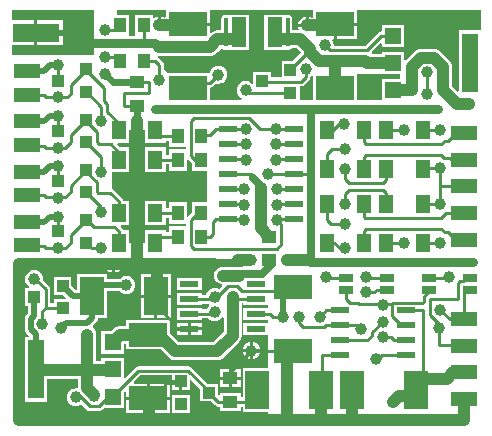
<source format=gtl>
%FSLAX25Y25*%
%MOIN*%
G70*
G01*
G75*
G04 Layer_Physical_Order=1*
G04 Layer_Color=255*
%ADD10R,0.05118X0.03937*%
%ADD11R,0.05118X0.09843*%
%ADD12R,0.05118X0.06299*%
%ADD13R,0.03937X0.05118*%
%ADD14R,0.05512X0.19685*%
%ADD15R,0.05512X0.05512*%
%ADD16R,0.03937X0.03937*%
%ADD17R,0.06299X0.01969*%
%ADD18R,0.15748X0.06299*%
%ADD19R,0.05118X0.03150*%
%ADD20R,0.09055X0.05118*%
%ADD21R,0.07874X0.12598*%
%ADD22R,0.12598X0.07874*%
%ADD23C,0.03937*%
%ADD24C,0.02284*%
%ADD25C,0.01000*%
%ADD26C,0.01969*%
%ADD27C,0.02953*%
%ADD28C,0.02756*%
%ADD29C,0.01890*%
%ADD30C,0.03150*%
%ADD31R,0.01181X0.09449*%
%ADD32R,0.01181X0.09449*%
%ADD33C,0.03937*%
G36*
X431747Y362765D02*
X432071Y362516D01*
Y354724D01*
X427559D01*
Y359101D01*
X427953D01*
X428538Y359217D01*
X429034Y359548D01*
X430609Y361123D01*
X430940Y361619D01*
X430940Y361619D01*
X430940Y361619D01*
X431057Y362205D01*
Y362392D01*
X431623Y362826D01*
X431747Y362765D01*
D02*
G37*
G36*
X359055Y369685D02*
X331496D01*
Y372819D01*
X339067D01*
Y376968D01*
Y381118D01*
X331496D01*
Y384646D01*
X359055D01*
Y369685D01*
D02*
G37*
G36*
X487797Y377772D02*
X480496D01*
Y357462D01*
X480034Y357271D01*
X478191Y359114D01*
Y365643D01*
X478089Y366418D01*
X477914Y366841D01*
X477790Y367141D01*
X477314Y367761D01*
X474241Y370834D01*
X473621Y371309D01*
X473110Y371521D01*
X472899Y371609D01*
X472124Y371711D01*
X468034D01*
X467259Y371609D01*
X466836Y371433D01*
X466537Y371309D01*
X465917Y370834D01*
X462879Y367796D01*
X462417Y367988D01*
Y370685D01*
X454906D01*
Y369923D01*
X451674D01*
X451452Y370372D01*
X452039Y371136D01*
X454444Y373541D01*
X454906Y373349D01*
Y372228D01*
X462417D01*
Y379740D01*
X454906D01*
Y377514D01*
X454725D01*
X454139Y377397D01*
X453643Y377066D01*
X449292Y372714D01*
X438926D01*
X438821Y372835D01*
X438719Y373610D01*
X438420Y374332D01*
X438263Y374536D01*
X438484Y374984D01*
X438870D01*
Y379921D01*
X439370D01*
Y380421D01*
X446669D01*
Y384646D01*
X487797D01*
Y377772D01*
D02*
G37*
G36*
X408824Y299684D02*
X408933Y299542D01*
X408712Y299094D01*
X407826D01*
X407473Y299024D01*
X407219Y299057D01*
X401968D01*
X401194Y298955D01*
X400471Y298656D01*
X399851Y298180D01*
X399376Y297560D01*
X399076Y296838D01*
X398974Y296063D01*
X399076Y295288D01*
X399376Y294566D01*
X399851Y293946D01*
X400471Y293470D01*
X401194Y293171D01*
X401548Y293124D01*
X401709Y292651D01*
X400651Y291594D01*
X399988Y291868D01*
X399213Y291970D01*
X398438Y291868D01*
X397715Y291569D01*
X397095Y291093D01*
X396620Y290473D01*
X396321Y289751D01*
X396316Y289718D01*
X394898D01*
Y290291D01*
X386598D01*
Y286323D01*
X394898D01*
Y286660D01*
X397209D01*
X397356Y286229D01*
Y286175D01*
X397095Y285975D01*
X396620Y285355D01*
X396405Y284837D01*
X394898D01*
Y285291D01*
X386598D01*
Y281323D01*
X394898D01*
Y281778D01*
X397067D01*
X397095Y281741D01*
X397715Y281265D01*
X398438Y280966D01*
X399213Y280864D01*
X399988Y280966D01*
X400710Y281265D01*
X401330Y281741D01*
X401635Y282138D01*
X402108Y281978D01*
Y277224D01*
X398744Y273860D01*
X387248D01*
X384268Y276841D01*
Y281315D01*
X369669D01*
Y279372D01*
X367716D01*
X366941Y279270D01*
X366518Y279095D01*
X366219Y278971D01*
X365599Y278495D01*
X364679Y277575D01*
X361402D01*
Y270063D01*
X368913D01*
Y273341D01*
X368957Y273384D01*
X369669D01*
Y271441D01*
X381199D01*
X383891Y268749D01*
X384511Y268273D01*
X385021Y268062D01*
X385233Y267974D01*
X386008Y267872D01*
X399984D01*
X400759Y267974D01*
X400971Y268062D01*
X401481Y268273D01*
X402101Y268749D01*
X407219Y273867D01*
X407695Y274487D01*
X407819Y274786D01*
X407994Y275209D01*
X408096Y275984D01*
Y286778D01*
X408646D01*
Y286323D01*
X416929D01*
Y285291D01*
X408646D01*
Y281323D01*
X416929D01*
Y280291D01*
X408646D01*
Y276323D01*
X416929D01*
Y265173D01*
X408449D01*
Y255466D01*
X407890D01*
Y256906D01*
X400772D01*
Y256375D01*
X400628Y256316D01*
X400213Y256594D01*
Y260055D01*
X396788D01*
X391466Y265377D01*
X390970Y265708D01*
X390385Y265825D01*
X373744D01*
X373256Y265728D01*
X373159Y265708D01*
X372663Y265377D01*
X369375Y262089D01*
X368913Y262281D01*
Y268520D01*
X361402D01*
Y267561D01*
X359687D01*
Y276378D01*
X359585Y277153D01*
X359286Y277875D01*
X358810Y278495D01*
X358502Y278731D01*
X358469Y279230D01*
X359698Y280459D01*
X360137Y281116D01*
X360288Y281874D01*
X363205D01*
Y290890D01*
X367496D01*
X367568Y290796D01*
X368188Y290320D01*
X368910Y290021D01*
X369685Y289919D01*
X370460Y290021D01*
X371182Y290320D01*
X371802Y290796D01*
X372278Y291416D01*
X372577Y292139D01*
X372679Y292913D01*
X372577Y293688D01*
X372278Y294410D01*
X371802Y295030D01*
X371182Y295506D01*
X370460Y295806D01*
X369685Y295907D01*
X368910Y295806D01*
X368188Y295506D01*
X367568Y295030D01*
X367496Y294936D01*
X363205D01*
Y296472D01*
X353331D01*
Y291325D01*
X352869Y291134D01*
X351394Y292609D01*
Y295685D01*
X345457D01*
Y289748D01*
X348533D01*
X349614Y288667D01*
X349423Y288205D01*
X345457D01*
Y286766D01*
X344329D01*
Y291452D01*
X344213Y292037D01*
X343881Y292533D01*
X341920Y294495D01*
X341970Y294882D01*
X341868Y295657D01*
X341569Y296379D01*
X341093Y296999D01*
X340473Y297475D01*
X339751Y297774D01*
X338976Y297876D01*
X338201Y297774D01*
X337479Y297475D01*
X336859Y296999D01*
X336383Y296379D01*
X336084Y295657D01*
X335982Y294882D01*
X336084Y294107D01*
X336383Y293385D01*
X336859Y292765D01*
X337311Y292418D01*
X337150Y291945D01*
X336008D01*
Y286008D01*
X336953D01*
Y283537D01*
X336382Y282965D01*
X335952Y282322D01*
X335801Y281563D01*
Y278358D01*
X335809Y278318D01*
X335801Y278279D01*
X335952Y277520D01*
X336382Y276877D01*
X337191Y276068D01*
X337000Y275606D01*
X335811D01*
Y253921D01*
X343323D01*
Y261573D01*
X353699D01*
Y258760D01*
X353323Y258431D01*
X352755Y258505D01*
X351980Y258403D01*
X351258Y258104D01*
X350638Y257628D01*
X350162Y257008D01*
X349863Y256286D01*
X349761Y255511D01*
X349863Y254736D01*
X350162Y254014D01*
X350638Y253394D01*
X351258Y252918D01*
X351980Y252619D01*
X352755Y252517D01*
X353530Y252619D01*
X354252Y252918D01*
X354661Y253232D01*
X356537Y251356D01*
X357033Y251024D01*
X357130Y251005D01*
X357618Y250908D01*
X360492D01*
X361077Y251024D01*
X361573Y251356D01*
X362170Y251953D01*
X368913D01*
Y257268D01*
X369329Y257545D01*
X369669Y257404D01*
Y255618D01*
X376469D01*
Y260055D01*
X372320D01*
X372129Y260517D01*
X374378Y262766D01*
X384827D01*
Y261327D01*
X387795D01*
Y260827D01*
X388295D01*
Y257858D01*
X390764D01*
Y261101D01*
X391226Y261292D01*
X394276Y258242D01*
Y254118D01*
X398050D01*
X399312Y252856D01*
X399809Y252524D01*
X400394Y252408D01*
X400772D01*
Y250969D01*
X407890D01*
Y252408D01*
X408449D01*
Y250575D01*
X416929D01*
Y248031D01*
X333858D01*
Y300394D01*
X362033D01*
X362363Y300018D01*
X362360Y300000D01*
X362462Y299225D01*
X362761Y298503D01*
X363237Y297883D01*
X363857Y297407D01*
X364579Y297108D01*
X364854Y297072D01*
Y300000D01*
X365854D01*
Y297072D01*
X366129Y297108D01*
X366851Y297407D01*
X367472Y297883D01*
X367947Y298503D01*
X368246Y299225D01*
X368349Y300000D01*
X368346Y300018D01*
X368676Y300394D01*
X408530D01*
X408824Y299684D01*
D02*
G37*
G36*
X375772Y340339D02*
X382890D01*
Y340990D01*
X383843D01*
Y338961D01*
X389687D01*
Y338205D01*
X383843D01*
Y336175D01*
X382890D01*
Y338795D01*
X375772D01*
Y330496D01*
X382890D01*
Y333116D01*
X383843D01*
Y331087D01*
X389780D01*
Y334597D01*
X390242Y334788D01*
X391717Y333313D01*
Y331087D01*
X396457D01*
Y320488D01*
X391717D01*
Y317108D01*
X390242Y315633D01*
X389780Y315824D01*
Y320488D01*
X383843D01*
Y318459D01*
X382890D01*
Y321079D01*
X375772D01*
Y312779D01*
X382890D01*
Y315400D01*
X383843D01*
Y313370D01*
X389687D01*
Y312614D01*
X383843D01*
Y310585D01*
X382890D01*
Y311236D01*
X375772D01*
Y307000D01*
X370685D01*
Y311236D01*
X368574D01*
X368539Y311412D01*
X368207Y311908D01*
X367798Y312318D01*
X367989Y312779D01*
X370685D01*
Y321079D01*
X368610D01*
X368539Y321435D01*
X368207Y321932D01*
X365436Y324704D01*
X364961Y325021D01*
Y330496D01*
X370685D01*
Y338795D01*
X367698D01*
X366617Y339877D01*
X366808Y340339D01*
X370685D01*
Y344488D01*
X375772D01*
Y340339D01*
D02*
G37*
G36*
X454906Y363173D02*
X461024D01*
Y361630D01*
X454906D01*
Y354724D01*
X446669D01*
Y363386D01*
X454906D01*
Y363173D01*
D02*
G37*
G36*
X432071Y382185D02*
X431623Y381964D01*
X431418Y382120D01*
X430696Y382420D01*
X430421Y382456D01*
Y379528D01*
X429921D01*
Y379028D01*
X426993D01*
X427029Y378753D01*
X427253Y378213D01*
X426975Y377797D01*
X425035D01*
Y381890D01*
X424958Y382280D01*
X424737Y382611D01*
X424406Y382832D01*
X424016Y382909D01*
X422850D01*
Y383087D01*
X415732D01*
Y371244D01*
X422850D01*
Y371421D01*
X424016D01*
X424406Y371499D01*
X424737Y371720D01*
X424796Y371809D01*
X426424D01*
X427866Y370367D01*
X425034Y367535D01*
X421441D01*
Y362159D01*
X417929D01*
Y363795D01*
X411992D01*
Y360229D01*
X411544Y360008D01*
X410946Y360467D01*
X410224Y360766D01*
X409449Y360868D01*
X408674Y360766D01*
X407952Y360467D01*
X407332Y359991D01*
X406856Y359371D01*
X406557Y358649D01*
X406455Y357874D01*
X406557Y357099D01*
X406856Y356377D01*
X407332Y355757D01*
X407952Y355281D01*
X408112Y355215D01*
X408014Y354724D01*
X397457D01*
Y358707D01*
X397638D01*
X398223Y358823D01*
X398719Y359155D01*
X399659Y360095D01*
X400394Y359998D01*
X401169Y360100D01*
X401891Y360399D01*
X402511Y360875D01*
X402987Y361495D01*
X403286Y362217D01*
X403388Y362992D01*
X403286Y363767D01*
X402987Y364489D01*
X402511Y365109D01*
X401891Y365585D01*
X401169Y365884D01*
X400394Y365986D01*
X399619Y365884D01*
X398897Y365585D01*
X398276Y365109D01*
X397801Y364489D01*
X397502Y363767D01*
X397479Y363597D01*
X397457Y363598D01*
X397457Y363598D01*
X397457Y363598D01*
X383707D01*
X382238Y365092D01*
Y366142D01*
X382122Y366727D01*
X381790Y367223D01*
X380215Y368798D01*
X380196Y368811D01*
X380373Y369279D01*
X380709Y369234D01*
X397425D01*
X398200Y369336D01*
X398412Y369424D01*
X398922Y369635D01*
X399542Y370111D01*
X400164Y370733D01*
X401641Y371720D01*
X401972Y371499D01*
X402362Y371421D01*
X403528D01*
Y371244D01*
X410646D01*
Y383087D01*
X403528D01*
Y382909D01*
X402362D01*
X401972Y382832D01*
X401641Y382611D01*
X401420Y382280D01*
X401343Y381890D01*
Y377797D01*
X400000D01*
X399225Y377695D01*
X399014Y377608D01*
X398503Y377396D01*
X397905Y376938D01*
X397457Y377159D01*
Y379421D01*
X390158D01*
Y380421D01*
X397457D01*
Y384646D01*
X432071D01*
Y382185D01*
D02*
G37*
G36*
X382858Y382185D02*
X382410Y381964D01*
X382206Y382120D01*
X381484Y382420D01*
X381209Y382456D01*
Y379528D01*
X380209D01*
Y382456D01*
X379934Y382420D01*
X379212Y382120D01*
X379008Y381964D01*
X378559Y382185D01*
Y383086D01*
X372622D01*
Y376033D01*
X370685D01*
Y383086D01*
X366535D01*
Y384646D01*
X382858D01*
Y382185D01*
D02*
G37*
%LPC*%
G36*
X403831Y264779D02*
X400772D01*
Y262311D01*
X403831D01*
Y264779D01*
D02*
G37*
G36*
X407890D02*
X404831D01*
Y262311D01*
X407890D01*
Y264779D01*
D02*
G37*
G36*
X410900Y273991D02*
X410625Y273955D01*
X409903Y273656D01*
X409283Y273180D01*
X408807Y272560D01*
X408508Y271838D01*
X408472Y271563D01*
X410900D01*
Y273991D01*
D02*
G37*
G36*
X411900D02*
Y271563D01*
X414328D01*
X414292Y271838D01*
X413993Y272560D01*
X413517Y273180D01*
X412897Y273656D01*
X412175Y273955D01*
X411900Y273991D01*
D02*
G37*
G36*
X410900Y270563D02*
X408472D01*
X408508Y270288D01*
X408807Y269566D01*
X409283Y268946D01*
X409903Y268470D01*
X410625Y268171D01*
X410900Y268135D01*
Y270563D01*
D02*
G37*
G36*
X414328D02*
X411900D01*
Y268135D01*
X412175Y268171D01*
X412897Y268470D01*
X413517Y268946D01*
X413993Y269566D01*
X414292Y270288D01*
X414328Y270563D01*
D02*
G37*
G36*
X407890Y261311D02*
X404831D01*
Y258842D01*
X407890D01*
Y261311D01*
D02*
G37*
G36*
X384268Y254618D02*
X377469D01*
Y250181D01*
X384268D01*
Y254618D01*
D02*
G37*
G36*
X390764Y256315D02*
X384827D01*
Y250378D01*
X390764D01*
Y256315D01*
D02*
G37*
G36*
X384268Y260055D02*
X377469D01*
Y255618D01*
X384268D01*
Y260055D01*
D02*
G37*
G36*
X403831Y261311D02*
X400772D01*
Y258842D01*
X403831D01*
Y261311D01*
D02*
G37*
G36*
X387295Y260327D02*
X384827D01*
Y257858D01*
X387295D01*
Y260327D01*
D02*
G37*
G36*
X376469Y254618D02*
X369669D01*
Y250181D01*
X376469D01*
Y254618D01*
D02*
G37*
G36*
X348441Y376468D02*
X340067D01*
Y372819D01*
X348441D01*
Y376468D01*
D02*
G37*
G36*
X394898Y295291D02*
X386598D01*
Y291323D01*
X394898D01*
Y295291D01*
D02*
G37*
G36*
X384465Y296472D02*
X380028D01*
Y289673D01*
X384465D01*
Y296472D01*
D02*
G37*
G36*
X429421Y382456D02*
X429146Y382420D01*
X428424Y382120D01*
X427804Y381645D01*
X427328Y381025D01*
X427029Y380303D01*
X426993Y380028D01*
X429421D01*
Y382456D01*
D02*
G37*
G36*
X348441Y381118D02*
X340067D01*
Y377468D01*
X348441D01*
Y381118D01*
D02*
G37*
G36*
X446669Y379421D02*
X439870D01*
Y374984D01*
X446669D01*
Y379421D01*
D02*
G37*
G36*
X379028Y296472D02*
X374591D01*
Y289673D01*
X379028D01*
Y296472D01*
D02*
G37*
G36*
X390248Y280291D02*
X386598D01*
Y278807D01*
X390248D01*
Y280291D01*
D02*
G37*
G36*
X394898Y277807D02*
X391248D01*
Y276323D01*
X394898D01*
Y277807D01*
D02*
G37*
G36*
X390248D02*
X386598D01*
Y276323D01*
X390248D01*
Y277807D01*
D02*
G37*
G36*
X384465Y288673D02*
X380028D01*
Y281874D01*
X384465D01*
Y288673D01*
D02*
G37*
G36*
X379028D02*
X374591D01*
Y281874D01*
X379028D01*
Y288673D01*
D02*
G37*
G36*
X394898Y280291D02*
X391248D01*
Y278807D01*
X394898D01*
Y280291D01*
D02*
G37*
%LPD*%
D10*
X373228Y352756D02*
D03*
Y360630D02*
D03*
X417323Y309055D02*
D03*
Y301181D02*
D03*
X404331Y261811D02*
D03*
Y253937D02*
D03*
D11*
X407087Y377165D02*
D03*
X419291D02*
D03*
D12*
X367126Y334646D02*
D03*
X379331D02*
D03*
X367126Y316929D02*
D03*
X379331D02*
D03*
X367126Y307087D02*
D03*
X379331D02*
D03*
X448819Y344488D02*
D03*
X436614D02*
D03*
X468504Y331693D02*
D03*
X456299D02*
D03*
X448819D02*
D03*
X436614D02*
D03*
X468504Y319882D02*
D03*
X456299D02*
D03*
X448819D02*
D03*
X436614D02*
D03*
X468504Y307087D02*
D03*
X456299D02*
D03*
X448819D02*
D03*
X436614D02*
D03*
X367126Y344488D02*
D03*
X379331D02*
D03*
X468504D02*
D03*
X456299D02*
D03*
D13*
X367717Y367717D02*
D03*
X375590D02*
D03*
X367717Y379527D02*
D03*
X375591D02*
D03*
X386811Y309055D02*
D03*
X394685D02*
D03*
X386811Y316929D02*
D03*
X394685D02*
D03*
X386811Y334646D02*
D03*
X394685D02*
D03*
X386811Y342520D02*
D03*
X394685D02*
D03*
D14*
X339567Y264764D02*
D03*
X484252Y366929D02*
D03*
D15*
X365157Y264764D02*
D03*
Y255709D02*
D03*
Y273819D02*
D03*
X458661Y366929D02*
D03*
Y375984D02*
D03*
Y357874D02*
D03*
D16*
X397244Y257087D02*
D03*
X387795Y260827D02*
D03*
Y253346D02*
D03*
X414961Y360827D02*
D03*
X424409Y357086D02*
D03*
Y364567D02*
D03*
X338976Y288976D02*
D03*
X348425Y285236D02*
D03*
Y292717D02*
D03*
X346850Y310827D02*
D03*
X356299Y307087D02*
D03*
Y314567D02*
D03*
X346850Y327559D02*
D03*
X356299Y323819D02*
D03*
Y331299D02*
D03*
X346850Y344291D02*
D03*
X356299Y340551D02*
D03*
Y348032D02*
D03*
X346850Y361023D02*
D03*
X356299Y357283D02*
D03*
Y364764D02*
D03*
D17*
X403543Y314882D02*
D03*
Y319882D02*
D03*
Y324882D02*
D03*
Y334882D02*
D03*
Y339882D02*
D03*
Y344882D02*
D03*
X425591Y314882D02*
D03*
Y319882D02*
D03*
Y324882D02*
D03*
Y334882D02*
D03*
Y339882D02*
D03*
Y344882D02*
D03*
X403543Y329882D02*
D03*
X425591D02*
D03*
X462992Y284449D02*
D03*
Y279449D02*
D03*
Y274449D02*
D03*
Y269449D02*
D03*
X440945Y284449D02*
D03*
Y279449D02*
D03*
Y274449D02*
D03*
Y269449D02*
D03*
X412795Y293307D02*
D03*
Y288307D02*
D03*
Y283307D02*
D03*
Y278307D02*
D03*
X390748Y293307D02*
D03*
Y288307D02*
D03*
Y283307D02*
D03*
Y278307D02*
D03*
D18*
X339567Y376968D02*
D03*
D19*
X470472Y295276D02*
D03*
Y291339D02*
D03*
X484252Y295276D02*
D03*
Y291339D02*
D03*
X442913Y295276D02*
D03*
Y291339D02*
D03*
X456693D02*
D03*
Y295276D02*
D03*
D20*
X482283Y263780D02*
D03*
Y254921D02*
D03*
X482283Y308071D02*
D03*
X482283Y316929D02*
D03*
X482283Y334646D02*
D03*
X482283Y343504D02*
D03*
X482283Y325787D02*
D03*
X482283Y281496D02*
D03*
Y272638D02*
D03*
X336614Y306102D02*
D03*
X336614Y322835D02*
D03*
X336614Y339567D02*
D03*
X336614Y356299D02*
D03*
X336614Y313976D02*
D03*
X336614Y330709D02*
D03*
X336614Y347441D02*
D03*
X336614Y364173D02*
D03*
D21*
X444882Y257874D02*
D03*
X466142D02*
D03*
X413386D02*
D03*
X434646D02*
D03*
X379528Y289173D02*
D03*
X358268D02*
D03*
D22*
X376969Y255118D02*
D03*
Y276378D02*
D03*
X439370Y358661D02*
D03*
Y379921D02*
D03*
X425197Y292323D02*
D03*
Y271063D02*
D03*
X390158Y379921D02*
D03*
Y358662D02*
D03*
D23*
X482283Y248032D02*
Y254921D01*
X339567Y264567D02*
X356693D01*
X458661Y253937D02*
X460236Y255512D01*
X444882Y253937D02*
X446850Y255905D01*
X435039Y248031D02*
X444882D01*
X468504Y261500D02*
X476420D01*
X464173Y255118D02*
X465748D01*
X460630Y255906D02*
X465748D01*
X423228Y248032D02*
X434646D01*
X365354Y300000D02*
X373228D01*
X364567D02*
X365354D01*
X333843Y299984D02*
X364551D01*
X333843Y248047D02*
Y299984D01*
Y248047D02*
X333858Y248032D01*
X377165D01*
X449895Y366929D02*
X458661D01*
X380709Y379528D02*
X390158D01*
X354134Y376968D02*
X357087Y374016D01*
X468034Y368717D02*
X472124D01*
X479921Y353150D02*
X483858D01*
X350197Y376968D02*
X354134D01*
X373228Y300000D02*
Y347637D01*
Y300000D02*
X379921D01*
X414567Y311811D02*
Y325302D01*
Y311811D02*
X417323Y309055D01*
X423228Y301181D02*
X430315D01*
X407025D02*
X410630D01*
X379921Y300000D02*
X398923D01*
X405102Y275984D02*
Y288976D01*
X401968Y296063D02*
X407219D01*
X379921Y290552D02*
Y300000D01*
X356693Y264567D02*
X364173D01*
X356693Y258556D02*
Y264567D01*
Y258556D02*
X359055Y256193D01*
X356693Y264567D02*
Y276378D01*
X399984Y270866D02*
X405102Y275984D01*
X386008Y270866D02*
X399984D01*
X380496Y276378D02*
X386008Y270866D01*
X376969Y276378D02*
X380496D01*
X377165Y248032D02*
X423228D01*
X365157Y273819D02*
X367716Y276378D01*
X376969D01*
X423228Y271063D02*
Y271260D01*
X377165Y248032D02*
Y254331D01*
X476420Y261500D02*
X478700Y263780D01*
X449108Y367717D02*
X449895Y366929D01*
X437872Y358738D02*
X439370Y360236D01*
Y367717D01*
X449108D01*
X475197Y357874D02*
X479921Y353150D01*
X475197Y357874D02*
Y365643D01*
X472124Y368717D02*
X475197Y365643D01*
X458661Y357874D02*
X464961D01*
Y365643D01*
X468034Y368717D01*
X380709Y372228D02*
X397425D01*
X400000Y374803D02*
X407087D01*
X397425Y372228D02*
X400000Y374803D01*
X444882Y248032D02*
X482283D01*
X444882Y248031D02*
Y248032D01*
Y253937D01*
X423228Y248032D02*
Y271063D01*
X434646Y248032D02*
Y259055D01*
X433754Y367717D02*
X439370D01*
X429921Y379528D02*
X438976D01*
X427664Y374803D02*
X430890Y371577D01*
X419291Y374803D02*
X427664D01*
X430890Y370580D02*
Y371577D01*
Y370580D02*
X433754Y367717D01*
D24*
X372441Y360630D02*
X372835Y361024D01*
X373228Y347638D02*
Y352756D01*
X365354Y360630D02*
X372441D01*
X362598Y363386D02*
X365354Y360630D01*
D25*
X373228D02*
X377165D01*
Y357087D02*
Y360630D01*
X368898Y352756D02*
X373228D01*
X368898D02*
Y357087D01*
X468504Y261500D02*
Y284445D01*
X434646Y259055D02*
X435039Y259449D01*
X406496Y253937D02*
X415354D01*
X406496Y253937D02*
X406496Y253937D01*
X435039Y269449D02*
X440945D01*
X435039Y259449D02*
Y269449D01*
X404724Y264387D02*
X411400Y271063D01*
X346850Y310630D02*
Y315748D01*
Y327559D02*
Y332677D01*
Y344488D02*
Y349213D01*
Y361024D02*
Y366142D01*
X410236Y357087D02*
X424409D01*
X393701Y360236D02*
X397638D01*
X400394Y362992D01*
X410689Y348547D02*
X414354Y344882D01*
X392095Y348547D02*
X410689D01*
X379134Y367717D02*
X380709Y366142D01*
Y361417D02*
Y366142D01*
X375590Y367717D02*
X379134D01*
X470079Y356693D02*
Y363779D01*
X364173Y377953D02*
X367717D01*
X364173Y368898D02*
X367717D01*
X356299Y364567D02*
X362280Y358587D01*
X375591Y373638D02*
Y379527D01*
X474016Y272835D02*
Y279921D01*
X416968Y329882D02*
X425591D01*
X368898Y357087D02*
X377165D01*
X359768Y324091D02*
Y327240D01*
Y324091D02*
X360236Y323622D01*
X364354D01*
X367126Y320850D01*
Y344488D02*
Y346834D01*
X363417Y350543D02*
X367126Y346834D01*
X363417Y350543D02*
Y353191D01*
X362280Y354328D02*
X363417Y353191D01*
X362280Y354328D02*
Y358587D01*
X356299Y357480D02*
X361417Y352362D01*
Y347638D02*
Y352362D01*
X367126Y334646D02*
Y336598D01*
X380315Y342520D02*
X386811D01*
X399606Y344882D02*
X403543D01*
X397638Y342913D02*
X399606Y344882D01*
X396457Y342913D02*
X397638D01*
X395669Y342126D02*
X396457Y342913D01*
X377953Y334646D02*
X386811D01*
X379527Y309055D02*
X386811D01*
X379921Y316929D02*
X386811D01*
X468504Y331890D02*
X474409D01*
X448819Y340551D02*
Y344488D01*
Y340551D02*
X449532Y339839D01*
X448819Y331693D02*
Y335433D01*
Y331496D02*
Y331693D01*
Y335433D02*
X449728Y336343D01*
X474468D01*
X448819Y319882D02*
Y320079D01*
Y315748D02*
Y319882D01*
Y315748D02*
X449335Y315232D01*
X448819Y307874D02*
Y311024D01*
X449532Y311736D01*
X474665D01*
X442126Y313386D02*
X442520Y313779D01*
X438189Y338189D02*
X442520D01*
X436614Y336614D02*
X438189Y338189D01*
X436614Y331693D02*
Y336614D01*
X456299Y327953D02*
Y331693D01*
X455390Y327043D02*
X456299Y327953D01*
X443823Y327043D02*
X455390D01*
X442520Y328346D02*
Y331496D01*
Y328346D02*
X443823Y327043D01*
X456299Y319882D02*
Y323622D01*
X455390Y324532D02*
X456299Y323622D01*
X443823Y324532D02*
X455390D01*
X442520Y323228D02*
X443823Y324532D01*
X437795Y313386D02*
X442126D01*
X436614Y314567D02*
X437795Y313386D01*
X436614Y314567D02*
Y319882D01*
X442520Y320079D02*
Y323228D01*
X456299Y319882D02*
X456299Y319882D01*
X437008Y342913D02*
X440551Y346457D01*
X442126D01*
X391217Y335976D02*
X392941Y334252D01*
X391217Y335976D02*
Y347669D01*
X392095Y348547D01*
X421382Y306465D02*
Y313264D01*
X456693Y344488D02*
X462205D01*
X420394Y314882D02*
X425591D01*
X420276Y319882D02*
X425591D01*
X420551Y324882D02*
X425591D01*
X419685Y314567D02*
X420079D01*
X419921Y334882D02*
X425591D01*
X419803Y339882D02*
X425591D01*
X419685Y344882D02*
X425591D01*
X403543D02*
X409055D01*
X403543Y339882D02*
X409331D01*
X403543Y334882D02*
X409213D01*
X391217Y314445D02*
X393701Y316929D01*
X391217Y305875D02*
Y314445D01*
Y305875D02*
X392095Y304996D01*
X419913D01*
X421382Y306465D01*
X403543Y314882D02*
X409527D01*
X394882Y309055D02*
X397638D01*
X398425Y309842D01*
Y313779D01*
X399528Y314882D01*
X403543D01*
X411811Y328740D02*
Y329528D01*
X411417Y329921D02*
X411811Y329528D01*
X403937Y329921D02*
X411417D01*
X425984D02*
X430709D01*
X443700Y305511D02*
Y305512D01*
X441339D02*
X443700D01*
X442519Y305118D02*
X442912Y305511D01*
X443700D01*
X440945Y305118D02*
X441339Y305512D01*
X438976Y307087D02*
X440945Y305118D01*
X403543Y324882D02*
X409370D01*
X403543Y319882D02*
X409252D01*
X342800Y285236D02*
Y291452D01*
X339370Y294882D02*
X342800Y291452D01*
X408177Y290823D02*
X420351D01*
X390748Y283307D02*
X398661D01*
X403666Y292445D02*
X406555D01*
X408177Y290823D01*
X405394Y288307D02*
X412795D01*
X380315Y285389D02*
X384768Y280936D01*
Y279799D02*
Y280936D01*
Y279799D02*
X386260Y278307D01*
X390748D01*
X434252Y282283D02*
X436417Y284449D01*
X440945D01*
X381457Y285433D02*
X381689Y285201D01*
X341732Y279921D02*
Y284169D01*
X342800Y285236D01*
X348425D01*
X353149Y255906D02*
X354150D01*
X352755Y255511D02*
X353149Y255906D01*
X390385Y264295D02*
X397244Y257436D01*
X373744Y264295D02*
X390385D01*
X363960Y255906D02*
X364567D01*
X360492Y252437D02*
X363960Y255906D01*
X357618Y252437D02*
X360492D01*
X354150Y255906D02*
X357618Y252437D01*
X364567Y264764D02*
X365157D01*
X451575Y277165D02*
X455118Y280709D01*
X451575Y276024D02*
Y277165D01*
X450000Y274449D02*
X451575Y276024D01*
X455118Y275590D02*
X457874D01*
X459016Y274449D01*
X454849Y269449D02*
X462992D01*
X452500Y267100D02*
X454849Y269449D01*
X446586Y279449D02*
X447835Y278200D01*
X440945Y279449D02*
X446586D01*
X440945Y274449D02*
X450000D01*
X459016D02*
X462992D01*
X455891Y286614D02*
X458268D01*
X482283Y281496D02*
Y291339D01*
X382600Y255118D02*
Y260300D01*
X358268Y289100D02*
Y289173D01*
X477559Y281496D02*
X482283D01*
Y291339D02*
X484252D01*
X481072Y294413D02*
X482209D01*
X480193Y293535D02*
X481072Y294413D01*
X481890Y272835D02*
X482283Y272638D01*
X474016Y272835D02*
X481890D01*
X400394Y253937D02*
X406496D01*
X397244Y257087D02*
X400394Y253937D01*
X397244Y257087D02*
Y257436D01*
X365748Y256299D02*
X373744Y264295D01*
X376969Y255118D02*
X382600D01*
Y260300D02*
X387268D01*
X387795Y260827D01*
X411400Y271063D02*
X423228D01*
X337831Y287831D02*
X338976Y288976D01*
X462992Y284449D02*
X468500D01*
X478700Y263780D02*
X482283D01*
X427165Y280315D02*
X428665Y278815D01*
X427165Y280315D02*
Y281496D01*
X412795Y283307D02*
X417480D01*
X418504Y282283D01*
X422047D01*
X434646Y307087D02*
X438976D01*
X457087D02*
X462205D01*
X468504Y319882D02*
X473819D01*
X468504Y344488D02*
X473622D01*
X474213Y325787D02*
X482283D01*
X474409Y320079D02*
Y331890D01*
X394582Y315600D02*
Y316836D01*
X351181Y309449D02*
X356299Y314567D01*
X351181Y307087D02*
Y309449D01*
X349213Y305118D02*
X351181Y307087D01*
X342126Y305906D02*
X342913Y305118D01*
X346850D01*
X349213D01*
X342126Y322835D02*
X342839Y322122D01*
X337402Y356299D02*
X342126D01*
X358268Y305118D02*
X361417D01*
X356299Y307087D02*
X358268Y305118D01*
X367126Y316929D02*
Y320850D01*
X351181Y324016D02*
Y325984D01*
X349287Y322122D02*
X351181Y324016D01*
X342126Y339370D02*
X342913Y338583D01*
X349213D02*
X351181Y340551D01*
Y342913D01*
X356299Y348031D01*
X364492Y339839D02*
X367323Y337008D01*
X342126Y356299D02*
X342913Y355512D01*
X346850D01*
X351181Y359449D02*
X356299Y364567D01*
X351181Y356693D02*
Y359449D01*
X350000Y355512D02*
X351181Y356693D01*
X346850Y355512D02*
X350000D01*
X367126Y307087D02*
Y310827D01*
X365748Y312205D02*
X367126Y310827D01*
X359055Y312205D02*
X365748D01*
X356693Y314567D02*
X359055Y312205D01*
X336614Y305906D02*
X342126D01*
X342839Y322122D02*
X349287D01*
X336614Y322835D02*
X342126D01*
X342913Y338583D02*
X346850D01*
X349213D01*
X336614Y339370D02*
X342126D01*
X356299Y324016D02*
X361417Y318898D01*
Y317717D02*
Y318898D01*
Y317717D02*
X361811Y317323D01*
Y317323D02*
Y317323D01*
X361810Y317322D02*
X361811Y317323D01*
X361417Y317322D02*
X361810D01*
X351181Y325984D02*
X356299Y331102D01*
X356693Y330315D02*
X359768Y327240D01*
X361417Y330709D02*
Y335433D01*
X356299Y340551D02*
X361417Y335433D01*
X360480Y339839D02*
X364492D01*
X359768Y340551D02*
X360480Y339839D01*
X359768Y340551D02*
Y344020D01*
X357087Y346701D02*
X359768Y344020D01*
X357087Y346701D02*
Y347244D01*
X474665Y311736D02*
X475846Y310555D01*
X477027D01*
X474408Y307086D02*
X475590D01*
Y307087D01*
X468504D02*
X475590D01*
X479511Y308071D02*
X482283D01*
X477027Y310555D02*
X479511Y308071D01*
X474408Y320078D02*
X475590D01*
X474409Y320079D02*
X475590D01*
Y320078D02*
Y320079D01*
X474468Y315232D02*
X476165Y316929D01*
X482283D01*
X449335Y315232D02*
X474468D01*
X474468Y336343D02*
X475453Y335358D01*
X477421D01*
X478133Y334646D01*
X482283D01*
X475846Y341020D02*
X477027D01*
X474665Y339839D02*
X475846Y341020D01*
X479511Y343504D02*
X482283D01*
X477027Y341020D02*
X479511Y343504D01*
X449532Y339839D02*
X474665D01*
X442913Y288189D02*
Y291339D01*
Y288189D02*
X444169Y286933D01*
X480193Y288189D02*
Y293535D01*
X474409Y284646D02*
X477559Y281496D01*
X470866Y288189D02*
X480193D01*
X470866Y283071D02*
Y288189D01*
X444169Y286933D02*
X446925D01*
X458300Y286614D02*
X458619Y286933D01*
X468398D02*
X468866Y287402D01*
Y289017D01*
X470038Y290189D01*
X458619Y286933D02*
X468398D01*
X458300Y282500D02*
X461351Y279449D01*
X458300Y282500D02*
Y286614D01*
X446925Y286933D02*
X447244Y286614D01*
X454466D02*
X454785Y286933D01*
X455300Y286418D01*
X447244Y286614D02*
X454466D01*
X453150Y291339D02*
X456693D01*
X452362Y290551D02*
X453150Y291339D01*
X449213Y290551D02*
X449606D01*
X452362D01*
X436221Y295669D02*
X436614Y295276D01*
X442913D01*
X449606Y295669D02*
X450000Y295276D01*
X456693D01*
X476772D02*
X477165Y295669D01*
X470472Y295276D02*
X476772D01*
X470866Y283071D02*
X474016Y279921D01*
X391339Y288189D02*
X399410D01*
X403666Y292445D01*
X428665Y278815D02*
X435689D01*
X436322Y279449D01*
X440945D01*
X449925Y371185D02*
X454725Y375984D01*
X458661D01*
X429528Y362205D02*
Y364961D01*
X424409Y364567D02*
Y364748D01*
X429740Y370079D01*
X414961Y361024D02*
X415354Y360630D01*
X427953D01*
X429528Y362205D01*
X414354Y344882D02*
X419685D01*
X437476Y371185D02*
X449925D01*
X435827Y372835D02*
X437476Y371185D01*
X404724Y261811D02*
Y264387D01*
D26*
X344094Y366142D02*
X346850D01*
X342126Y364173D02*
X344094Y366142D01*
X336614Y364173D02*
X342126D01*
X344094Y349213D02*
X346850D01*
X342323Y347441D02*
X344094Y349213D01*
X336614Y347441D02*
X342323D01*
X344094Y332677D02*
X346850D01*
X342126Y330709D02*
X344094Y332677D01*
X336614Y330709D02*
X342126D01*
X344094Y315748D02*
X346850D01*
X342323Y313976D02*
X344094Y315748D01*
X336614Y313976D02*
X342323D01*
X338976Y282755D02*
Y288976D01*
X348000Y278600D02*
X349731Y280331D01*
X358268Y281890D02*
Y286614D01*
X356709Y280331D02*
X358268Y281890D01*
X349731Y280331D02*
X356709D01*
X339567Y264764D02*
Y276497D01*
X352042Y289100D02*
X358268D01*
X348425Y292717D02*
X352042Y289100D01*
X422047Y283307D02*
Y290158D01*
X359055Y292913D02*
X369685D01*
X339567Y376968D02*
X350197D01*
D27*
X379248Y373508D02*
X380709Y372047D01*
X357594Y373508D02*
X379248D01*
X357087Y374016D02*
X357594Y373508D01*
D28*
X414567Y325302D02*
Y325984D01*
X411811Y328740D02*
X414567Y325984D01*
X431102Y301969D02*
Y309055D01*
X414780Y296669D02*
X418110Y300000D01*
X407826Y296669D02*
X414780D01*
X399228Y300410D02*
X403769D01*
X403769Y300410D02*
X406254D01*
X407219Y296063D02*
X407826Y296669D01*
X431118Y309071D02*
Y351575D01*
D29*
X337784Y278358D02*
Y281563D01*
X338976Y282755D01*
X337784Y278279D02*
X339567Y276497D01*
D30*
X430315Y301181D02*
X430922Y300574D01*
X485220D01*
X379181Y351622D02*
X473575D01*
D31*
X402953Y377165D02*
D03*
D32*
X423425D02*
D03*
D33*
X365354Y300000D02*
D03*
X400394Y362992D02*
D03*
X409449Y339764D02*
D03*
X380709Y379528D02*
D03*
Y361417D02*
D03*
X470079Y363779D02*
D03*
X362598Y368898D02*
D03*
Y363386D02*
D03*
Y377953D02*
D03*
X470079Y356693D02*
D03*
X474016Y278740D02*
D03*
X416929Y329921D02*
D03*
X361417Y317322D02*
D03*
X462205Y344488D02*
D03*
X361417Y347638D02*
D03*
Y305118D02*
D03*
X442520Y331496D02*
D03*
Y338189D02*
D03*
Y313386D02*
D03*
Y320079D02*
D03*
X442126Y346457D02*
D03*
X420079Y314567D02*
D03*
X409449Y334646D02*
D03*
X423228Y301181D02*
D03*
X442519Y305118D02*
D03*
X411417Y301181D02*
D03*
X409055Y324803D02*
D03*
Y319685D02*
D03*
X338976Y294882D02*
D03*
X341732Y279921D02*
D03*
X348000Y278600D02*
D03*
X356693Y276378D02*
D03*
X399213Y283858D02*
D03*
X405118Y288976D02*
D03*
X352755Y255511D02*
D03*
X482283Y248031D02*
D03*
X359055Y255906D02*
D03*
X458661Y253937D02*
D03*
X455118Y275590D02*
D03*
X452756Y268110D02*
D03*
X447835Y278200D02*
D03*
X399213Y288976D02*
D03*
X411400Y271063D02*
D03*
X462205Y307087D02*
D03*
X420079Y319685D02*
D03*
Y324803D02*
D03*
X419685Y334646D02*
D03*
X409055Y314567D02*
D03*
X401968Y296063D02*
D03*
X346850Y305118D02*
D03*
Y332677D02*
D03*
Y366142D02*
D03*
Y322047D02*
D03*
Y355512D02*
D03*
Y315748D02*
D03*
Y349213D02*
D03*
Y338583D02*
D03*
X361417Y330709D02*
D03*
X474408Y307086D02*
D03*
Y320078D02*
D03*
Y331889D02*
D03*
Y344488D02*
D03*
X455118Y280709D02*
D03*
X455300Y286418D02*
D03*
X449606Y290551D02*
D03*
Y295669D02*
D03*
X474409Y284646D02*
D03*
X477165Y295669D02*
D03*
X483858Y353150D02*
D03*
X369685Y292913D02*
D03*
X436221Y295669D02*
D03*
X434252Y282283D02*
D03*
X427165D02*
D03*
X422047D02*
D03*
X409449Y344882D02*
D03*
X419685Y339764D02*
D03*
Y344882D02*
D03*
X409449Y357874D02*
D03*
X423228Y261811D02*
D03*
X429528Y364961D02*
D03*
X429921Y379528D02*
D03*
X435827Y372835D02*
D03*
M02*

</source>
